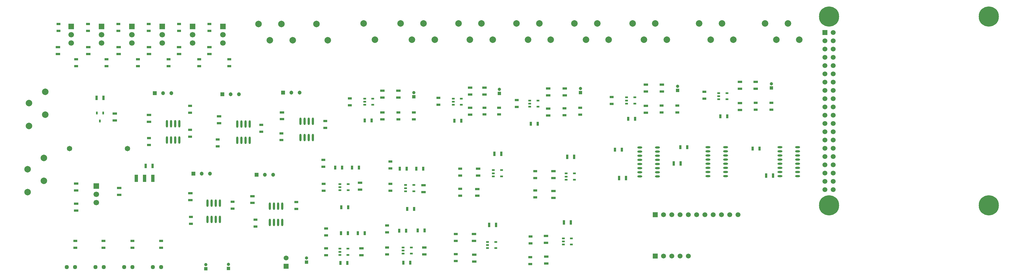
<source format=gbr>
%TF.GenerationSoftware,Altium Limited,Altium Designer,21.2.2 (38)*%
G04 Layer_Color=255*
%FSLAX26Y26*%
%MOIN*%
%TF.SameCoordinates,72563302-9CA4-4070-8E96-6B9CF41BC73D*%
%TF.FilePolarity,Positive*%
%TF.FileFunction,Pads,Top*%
%TF.Part,Single*%
G01*
G75*
%TA.AperFunction,SMDPad,CuDef*%
%ADD10R,0.023622X0.035433*%
%ADD11R,0.042000X0.085000*%
%ADD12R,0.049213X0.027559*%
%ADD13R,0.027559X0.049213*%
%ADD14R,0.035433X0.023622*%
%ADD15O,0.023622X0.090551*%
%ADD16R,0.053150X0.029528*%
%ADD17R,0.029528X0.053150*%
%ADD18O,0.059055X0.023622*%
%TA.AperFunction,ComponentPad*%
%ADD22R,0.066929X0.066929*%
%ADD23C,0.066929*%
%ADD24R,0.047244X0.047244*%
%ADD25C,0.047244*%
%ADD26C,0.059055*%
%ADD27R,0.059055X0.059055*%
%ADD28R,0.059055X0.059055*%
%ADD29R,0.039370X0.039370*%
%ADD30C,0.039370*%
%ADD31C,0.064961*%
%TA.AperFunction,ViaPad*%
%ADD32C,0.244095*%
%TA.AperFunction,ComponentPad*%
%ADD33C,0.078740*%
G04:AMPARAMS|DCode=34|XSize=46.476mil|YSize=46.476mil|CornerRadius=0mil|HoleSize=0mil|Usage=FLASHONLY|Rotation=0.000|XOffset=0mil|YOffset=0mil|HoleType=Round|Shape=Octagon|*
%AMOCTAGOND34*
4,1,8,0.023238,-0.011619,0.023238,0.011619,0.011619,0.023238,-0.011619,0.023238,-0.023238,0.011619,-0.023238,-0.011619,-0.011619,-0.023238,0.011619,-0.023238,0.023238,-0.011619,0.0*
%
%ADD34OCTAGOND34*%

D10*
X1144804Y-1315000D02*
D03*
X1070000D02*
D03*
X1107402Y-1413426D02*
D03*
D11*
X1545000Y-2105000D02*
D03*
X1645000D02*
D03*
X1745000D02*
D03*
D12*
X2195000Y-1228662D02*
D03*
Y-1311338D02*
D03*
X3480000Y-2475788D02*
D03*
Y-2393112D02*
D03*
X2710000Y-2471338D02*
D03*
Y-2388662D02*
D03*
X3830000Y-1496338D02*
D03*
Y-1413662D02*
D03*
X3055000Y-1542088D02*
D03*
Y-1459410D02*
D03*
X2195000Y-1603738D02*
D03*
Y-1521062D02*
D03*
X2987268Y-2688188D02*
D03*
Y-2605512D02*
D03*
X2205000Y-2656338D02*
D03*
Y-2573662D02*
D03*
X3300000Y-1643938D02*
D03*
Y-1561262D02*
D03*
X2530000Y-1719488D02*
D03*
Y-1636810D02*
D03*
X1700000Y-1701338D02*
D03*
Y-1618662D02*
D03*
X6310000Y-2891338D02*
D03*
Y-2808662D02*
D03*
X6305000Y-3141338D02*
D03*
Y-3058662D02*
D03*
X6365000Y-2101338D02*
D03*
Y-2018662D02*
D03*
Y-2336338D02*
D03*
Y-2253662D02*
D03*
X5405000Y-2861338D02*
D03*
Y-2778662D02*
D03*
Y-3106338D02*
D03*
Y-3023662D02*
D03*
X5460000Y-2071338D02*
D03*
Y-1988662D02*
D03*
Y-2316338D02*
D03*
Y-2233662D02*
D03*
X3840000Y-2953662D02*
D03*
Y-3036338D02*
D03*
Y-2796338D02*
D03*
Y-2713662D02*
D03*
X4575000Y-2943662D02*
D03*
Y-3026338D02*
D03*
Y-2760000D02*
D03*
Y-2677322D02*
D03*
X4615000Y-2173662D02*
D03*
Y-2256338D02*
D03*
Y-1986338D02*
D03*
Y-1903662D02*
D03*
X3810000Y-2173662D02*
D03*
Y-2256338D02*
D03*
X3805000Y-1966338D02*
D03*
Y-1883662D02*
D03*
X810000Y-2863662D02*
D03*
Y-2946338D02*
D03*
X1845000D02*
D03*
Y-2863662D02*
D03*
X1500000Y-2946338D02*
D03*
Y-2863662D02*
D03*
X1150000D02*
D03*
Y-2946338D02*
D03*
X8410000Y-1058662D02*
D03*
Y-1141338D02*
D03*
X9027874Y-1276772D02*
D03*
Y-1194094D02*
D03*
X9217874D02*
D03*
Y-1276772D02*
D03*
X7288662Y-1123662D02*
D03*
Y-1206338D02*
D03*
X6143662Y-1158662D02*
D03*
Y-1241338D02*
D03*
X7893662Y-1309370D02*
D03*
Y-1226692D02*
D03*
X8083662D02*
D03*
Y-1309370D02*
D03*
X6720000Y-1341338D02*
D03*
Y-1258662D02*
D03*
X6910000Y-1253662D02*
D03*
Y-1336338D02*
D03*
X5195000Y-1133662D02*
D03*
Y-1216338D02*
D03*
X4125000Y-1138662D02*
D03*
Y-1221338D02*
D03*
X5751216Y-1334370D02*
D03*
Y-1251692D02*
D03*
X5930708D02*
D03*
Y-1334370D02*
D03*
X4711216Y-1391338D02*
D03*
Y-1308662D02*
D03*
X4898662D02*
D03*
Y-1391338D02*
D03*
X2428032Y-321338D02*
D03*
Y-238662D02*
D03*
X2062032Y-321338D02*
D03*
Y-238662D02*
D03*
X1696032Y-321338D02*
D03*
Y-238662D02*
D03*
X2670000Y-667322D02*
D03*
Y-750000D02*
D03*
X2305000Y-667322D02*
D03*
Y-750000D02*
D03*
X1935000Y-667322D02*
D03*
Y-750000D02*
D03*
X1330032Y-321338D02*
D03*
Y-238662D02*
D03*
X964032Y-321338D02*
D03*
Y-238662D02*
D03*
X605000Y-321338D02*
D03*
Y-238662D02*
D03*
X1565000Y-667322D02*
D03*
Y-750000D02*
D03*
X1185000Y-667322D02*
D03*
Y-750000D02*
D03*
X820000Y-667322D02*
D03*
Y-750000D02*
D03*
D13*
X4013662Y-3130000D02*
D03*
X4096338D02*
D03*
X4773662Y-3125000D02*
D03*
X4856338D02*
D03*
X4018662Y-2770000D02*
D03*
X4101338D02*
D03*
X4723662Y-2740000D02*
D03*
X4806338D02*
D03*
X4223662Y-2770000D02*
D03*
X4306338D02*
D03*
X4947322Y-2735000D02*
D03*
X5030000D02*
D03*
X4818662Y-2475000D02*
D03*
X4901338D02*
D03*
X4023662Y-2455000D02*
D03*
X4106338D02*
D03*
X4728662Y-1990000D02*
D03*
X4811338D02*
D03*
X3948662Y-1975000D02*
D03*
X4031338D02*
D03*
X4928662Y-1990000D02*
D03*
X5011338D02*
D03*
X4153662Y-1975000D02*
D03*
X4236338D02*
D03*
X8603662Y-1355000D02*
D03*
X8686338D02*
D03*
X7488662Y-1385000D02*
D03*
X7571338D02*
D03*
X6313662Y-1445000D02*
D03*
X6396338D02*
D03*
X5388662Y-1410000D02*
D03*
X5471338D02*
D03*
X4307322Y-1405000D02*
D03*
X4390000D02*
D03*
X8992662Y-1745000D02*
D03*
X9075338D02*
D03*
X8118662Y-1730000D02*
D03*
X8201338D02*
D03*
X7330662Y-1761000D02*
D03*
X7413338D02*
D03*
D14*
X6803426Y-2832598D02*
D03*
Y-2907402D02*
D03*
X6705000D02*
D03*
Y-2870000D02*
D03*
Y-2832598D02*
D03*
X6839212Y-2047598D02*
D03*
Y-2122402D02*
D03*
X6740788D02*
D03*
Y-2085000D02*
D03*
Y-2047598D02*
D03*
X5889212Y-2876260D02*
D03*
Y-2951062D02*
D03*
X5790788D02*
D03*
Y-2913662D02*
D03*
Y-2876260D02*
D03*
X5959212Y-2007598D02*
D03*
Y-2082402D02*
D03*
X5860788D02*
D03*
Y-2045000D02*
D03*
Y-2007598D02*
D03*
X4104212Y-2957598D02*
D03*
Y-3032402D02*
D03*
X4005788D02*
D03*
Y-2995000D02*
D03*
Y-2957598D02*
D03*
X4869212Y-2942598D02*
D03*
Y-3017402D02*
D03*
X4770788D02*
D03*
Y-2980000D02*
D03*
Y-2942598D02*
D03*
X4899212Y-2187598D02*
D03*
Y-2262402D02*
D03*
X4800788D02*
D03*
Y-2225000D02*
D03*
Y-2187598D02*
D03*
X4105000Y-2175000D02*
D03*
Y-2249804D02*
D03*
X4006574D02*
D03*
Y-2212402D02*
D03*
Y-2175000D02*
D03*
X8682086Y-1075000D02*
D03*
Y-1149804D02*
D03*
X8583662D02*
D03*
Y-1112402D02*
D03*
Y-1075000D02*
D03*
X7567874Y-1127598D02*
D03*
Y-1202402D02*
D03*
X7469448D02*
D03*
Y-1165000D02*
D03*
Y-1127598D02*
D03*
X6398662Y-1165000D02*
D03*
Y-1239804D02*
D03*
X6300236D02*
D03*
Y-1202402D02*
D03*
Y-1165000D02*
D03*
X5472874Y-1142598D02*
D03*
Y-1217402D02*
D03*
X5374448D02*
D03*
Y-1180000D02*
D03*
Y-1142598D02*
D03*
X4402874D02*
D03*
Y-1217402D02*
D03*
X4304448D02*
D03*
Y-1180000D02*
D03*
Y-1142598D02*
D03*
D15*
X3160000Y-2638426D02*
D03*
X3210000D02*
D03*
X3260000D02*
D03*
X3310000D02*
D03*
X3160000Y-2441574D02*
D03*
X3210000D02*
D03*
X3260000D02*
D03*
X3310000D02*
D03*
X2405000Y-2603426D02*
D03*
X2455000D02*
D03*
X2505000D02*
D03*
X2555000D02*
D03*
X2405000Y-2406574D02*
D03*
X2455000D02*
D03*
X2505000D02*
D03*
X2555000D02*
D03*
X3530000Y-1613426D02*
D03*
X3580000D02*
D03*
X3630000D02*
D03*
X3680000D02*
D03*
X3530000Y-1416574D02*
D03*
X3580000D02*
D03*
X3630000D02*
D03*
X3680000D02*
D03*
X2765000Y-1646574D02*
D03*
X2815000D02*
D03*
X2865000D02*
D03*
X2915000D02*
D03*
X2765000Y-1449724D02*
D03*
X2815000D02*
D03*
X2865000D02*
D03*
X2915000D02*
D03*
X1915000Y-1643426D02*
D03*
X1965000D02*
D03*
X2015000D02*
D03*
X2065000D02*
D03*
X1915000Y-1446574D02*
D03*
X1965000D02*
D03*
X2015000D02*
D03*
X2065000D02*
D03*
D16*
X2430000Y-601338D02*
D03*
Y-518662D02*
D03*
X2064000Y-601338D02*
D03*
Y-518662D02*
D03*
X1698000Y-601338D02*
D03*
Y-518662D02*
D03*
X1332000Y-601338D02*
D03*
Y-518662D02*
D03*
X966000Y-601338D02*
D03*
Y-518662D02*
D03*
X600000Y-601338D02*
D03*
Y-518662D02*
D03*
X6495000Y-2886338D02*
D03*
Y-2803662D02*
D03*
X6500000Y-3053662D02*
D03*
Y-3136338D02*
D03*
X6585000Y-2101338D02*
D03*
Y-2018662D02*
D03*
Y-2258662D02*
D03*
Y-2341338D02*
D03*
X5625000Y-2861338D02*
D03*
Y-2778662D02*
D03*
X5630000Y-3028662D02*
D03*
Y-3111338D02*
D03*
X5675000Y-2071338D02*
D03*
Y-1988662D02*
D03*
X5665000Y-2235000D02*
D03*
Y-2317678D02*
D03*
X4265000Y-3036338D02*
D03*
Y-2953662D02*
D03*
X5025000Y-3026338D02*
D03*
Y-2943662D02*
D03*
X5015000Y-2271338D02*
D03*
Y-2188662D02*
D03*
X4250000Y-2241338D02*
D03*
Y-2158662D02*
D03*
X1287402Y-1405552D02*
D03*
Y-1322874D02*
D03*
X1340000Y-2223662D02*
D03*
Y-2306338D02*
D03*
X820000Y-2168662D02*
D03*
Y-2251338D02*
D03*
Y-2413662D02*
D03*
Y-2496338D02*
D03*
X2950000Y-2321496D02*
D03*
Y-2404172D02*
D03*
X2198764Y-2286496D02*
D03*
Y-2369172D02*
D03*
X3306236Y-1308188D02*
D03*
Y-1390866D02*
D03*
X1700000Y-1338662D02*
D03*
Y-1421338D02*
D03*
X2545000Y-1356810D02*
D03*
Y-1439488D02*
D03*
X9030320Y-941062D02*
D03*
Y-1023740D02*
D03*
X8837874Y-941062D02*
D03*
Y-1023740D02*
D03*
Y-1196062D02*
D03*
Y-1278740D02*
D03*
X7896108Y-973662D02*
D03*
Y-1056338D02*
D03*
X7703662Y-973662D02*
D03*
Y-1056338D02*
D03*
X6721108Y-1018662D02*
D03*
Y-1101338D02*
D03*
X7703662Y-1228662D02*
D03*
Y-1311338D02*
D03*
X6523662Y-1018662D02*
D03*
Y-1101338D02*
D03*
Y-1263662D02*
D03*
Y-1346338D02*
D03*
X5753662Y-1008662D02*
D03*
Y-1091338D02*
D03*
X4713662Y-1047322D02*
D03*
Y-1130000D02*
D03*
X5578662Y-1008662D02*
D03*
Y-1091338D02*
D03*
X4518662Y-1047322D02*
D03*
Y-1130000D02*
D03*
X5578662Y-1253662D02*
D03*
Y-1336338D02*
D03*
X4518662Y-1310630D02*
D03*
Y-1393308D02*
D03*
D17*
X6713662Y-2640000D02*
D03*
X6796338D02*
D03*
X6753662Y-1845000D02*
D03*
X6836338D02*
D03*
X5808662Y-2670000D02*
D03*
X5891338D02*
D03*
X5872322Y-1810000D02*
D03*
X5955000D02*
D03*
X1066062Y-1134212D02*
D03*
X1148740D02*
D03*
X1658662Y-1955000D02*
D03*
X1741338D02*
D03*
X9157662Y-2074000D02*
D03*
X9240338D02*
D03*
X8039324Y-1927000D02*
D03*
X8122000D02*
D03*
X7379662Y-2102000D02*
D03*
X7462338D02*
D03*
D18*
X8453700Y-1730000D02*
D03*
Y-1780000D02*
D03*
Y-1830000D02*
D03*
Y-1880000D02*
D03*
Y-1930000D02*
D03*
Y-1980000D02*
D03*
Y-2030000D02*
D03*
Y-2080000D02*
D03*
X8666300Y-1730000D02*
D03*
Y-1780000D02*
D03*
Y-1830000D02*
D03*
Y-1880000D02*
D03*
Y-1930000D02*
D03*
Y-1980000D02*
D03*
Y-2030000D02*
D03*
Y-2080000D02*
D03*
X7841300Y-2082500D02*
D03*
Y-2032500D02*
D03*
Y-1982500D02*
D03*
Y-1932500D02*
D03*
Y-1882500D02*
D03*
Y-1832500D02*
D03*
Y-1782500D02*
D03*
Y-1732500D02*
D03*
X7628700Y-2082500D02*
D03*
Y-2032500D02*
D03*
Y-1982500D02*
D03*
Y-1932500D02*
D03*
Y-1882500D02*
D03*
Y-1832500D02*
D03*
Y-1782500D02*
D03*
Y-1732500D02*
D03*
X9536300Y-2080000D02*
D03*
Y-2030000D02*
D03*
Y-1980000D02*
D03*
Y-1930000D02*
D03*
Y-1880000D02*
D03*
Y-1830000D02*
D03*
Y-1780000D02*
D03*
Y-1730000D02*
D03*
X9323700Y-2080000D02*
D03*
Y-2030000D02*
D03*
Y-1980000D02*
D03*
Y-1930000D02*
D03*
Y-1880000D02*
D03*
Y-1830000D02*
D03*
Y-1780000D02*
D03*
Y-1730000D02*
D03*
D22*
X1063190Y-2200000D02*
D03*
X2593190Y-270000D02*
D03*
X2226190D02*
D03*
X1859190D02*
D03*
X1492190D02*
D03*
X1125190D02*
D03*
X758190D02*
D03*
D23*
X1063190Y-2300000D02*
D03*
Y-2400000D02*
D03*
X2593190Y-370000D02*
D03*
Y-470000D02*
D03*
X2226190Y-370000D02*
D03*
Y-470000D02*
D03*
X1859190Y-370000D02*
D03*
Y-470000D02*
D03*
X1492190Y-370000D02*
D03*
Y-470000D02*
D03*
X1125190Y-370000D02*
D03*
Y-470000D02*
D03*
X758190Y-370000D02*
D03*
Y-470000D02*
D03*
D24*
X3000000Y-2061850D02*
D03*
X2235000Y-2050000D02*
D03*
X3320000Y-1070000D02*
D03*
X2585000Y-1088150D02*
D03*
X1770000Y-1075000D02*
D03*
D25*
X3100000Y-2061850D02*
D03*
X3200000D02*
D03*
X2335000Y-2050000D02*
D03*
X2435000D02*
D03*
X3420000Y-1070000D02*
D03*
X3520000D02*
D03*
X2685000Y-1088150D02*
D03*
X2785000D02*
D03*
X1870000Y-1075000D02*
D03*
X1970000D02*
D03*
D26*
X8215000Y-3045000D02*
D03*
X8115000D02*
D03*
X8015000D02*
D03*
X7915000D02*
D03*
X3355000Y-3070000D02*
D03*
X8815000Y-2545000D02*
D03*
X8715000D02*
D03*
X8615000D02*
D03*
X8515000D02*
D03*
X8415000D02*
D03*
X8315000D02*
D03*
X8215000D02*
D03*
X8115000D02*
D03*
X8015000D02*
D03*
X7915000D02*
D03*
X9966000Y-342000D02*
D03*
X9866000Y-442000D02*
D03*
X9966000D02*
D03*
X9866000Y-542000D02*
D03*
X9966000D02*
D03*
X9866000Y-642000D02*
D03*
X9966000D02*
D03*
X9866000Y-742000D02*
D03*
X9966000D02*
D03*
X9866000Y-842000D02*
D03*
X9966000D02*
D03*
X9866000Y-942000D02*
D03*
X9966000D02*
D03*
X9866000Y-1042000D02*
D03*
X9966000D02*
D03*
X9866000Y-1142000D02*
D03*
X9966000D02*
D03*
X9866000Y-1242000D02*
D03*
X9966000D02*
D03*
X9866000Y-1342000D02*
D03*
X9966000D02*
D03*
X9866000Y-1442000D02*
D03*
X9966000D02*
D03*
X9866000Y-1542000D02*
D03*
X9966000D02*
D03*
X9866000Y-1642000D02*
D03*
X9966000D02*
D03*
X9866000Y-1742000D02*
D03*
X9966000D02*
D03*
X9866000Y-1842000D02*
D03*
X9966000D02*
D03*
X9866000Y-1942000D02*
D03*
X9966000D02*
D03*
X9866000Y-2042000D02*
D03*
X9966000D02*
D03*
X9866000Y-2142000D02*
D03*
X9966000D02*
D03*
X9866000Y-2242000D02*
D03*
X9966000D02*
D03*
D27*
X7815000Y-3045000D02*
D03*
Y-2545000D02*
D03*
D28*
X3355000Y-3170000D02*
D03*
X9866000Y-342000D02*
D03*
D29*
X9220826Y-1011422D02*
D03*
X8086614Y-1044020D02*
D03*
X6913662Y-1070000D02*
D03*
X5933662Y-1080000D02*
D03*
X4900000Y-1120000D02*
D03*
X3603662Y-3120000D02*
D03*
X2660000Y-3195000D02*
D03*
X2385000Y-3200000D02*
D03*
D30*
X9220826Y-961422D02*
D03*
X8086614Y-994020D02*
D03*
X6913662Y-1020000D02*
D03*
X5933662Y-1030000D02*
D03*
X4900000Y-1070000D02*
D03*
X3603662Y-3070000D02*
D03*
X2660000Y-3145000D02*
D03*
X2385000Y-3150000D02*
D03*
D31*
X1440000Y-1745000D02*
D03*
X740000D02*
D03*
D32*
X9916000Y-150268D02*
D03*
Y-2433732D02*
D03*
X11845134D02*
D03*
Y-150268D02*
D03*
D33*
X4430000Y-430000D02*
D03*
X4292204Y-233150D02*
D03*
X5152480Y-430000D02*
D03*
X5014686Y-233150D02*
D03*
X4876890Y-430000D02*
D03*
X4739094Y-233150D02*
D03*
X5853110Y-430000D02*
D03*
X5715314Y-233150D02*
D03*
X5577520Y-430000D02*
D03*
X5439724Y-233150D02*
D03*
X6553740Y-430000D02*
D03*
X6415944Y-233150D02*
D03*
X6278150Y-430000D02*
D03*
X6140354Y-233150D02*
D03*
X7254370Y-430000D02*
D03*
X7116574Y-233150D02*
D03*
X6978780Y-430000D02*
D03*
X6840984Y-233150D02*
D03*
X3722834Y-238150D02*
D03*
X3860630Y-435000D02*
D03*
X7955000Y-430000D02*
D03*
X7817204Y-233150D02*
D03*
X7679410Y-430000D02*
D03*
X7541614Y-233150D02*
D03*
X430000Y-1859410D02*
D03*
X233150Y-1997204D02*
D03*
X430000Y-2135000D02*
D03*
X233150Y-2272796D02*
D03*
X8760590Y-430000D02*
D03*
X8622796Y-233150D02*
D03*
X8485000Y-430000D02*
D03*
X8347204Y-233150D02*
D03*
X9142204D02*
D03*
X9280000Y-430000D02*
D03*
X9417796Y-233150D02*
D03*
X9555590Y-430000D02*
D03*
X445000Y-1059410D02*
D03*
X248150Y-1197204D02*
D03*
X445000Y-1335000D02*
D03*
X248150Y-1472796D02*
D03*
X3435590Y-435000D02*
D03*
X3297796Y-238150D02*
D03*
X3160000Y-435000D02*
D03*
X3022204Y-238150D02*
D03*
D34*
X1151666Y-3180000D02*
D03*
X1051666D02*
D03*
X1498334D02*
D03*
X1398334D02*
D03*
X1845000D02*
D03*
X1745000D02*
D03*
X805000D02*
D03*
X705000D02*
D03*
%TF.MD5,3a9200b3b7fb136e4c7eb43a58cf434a*%
M02*

</source>
